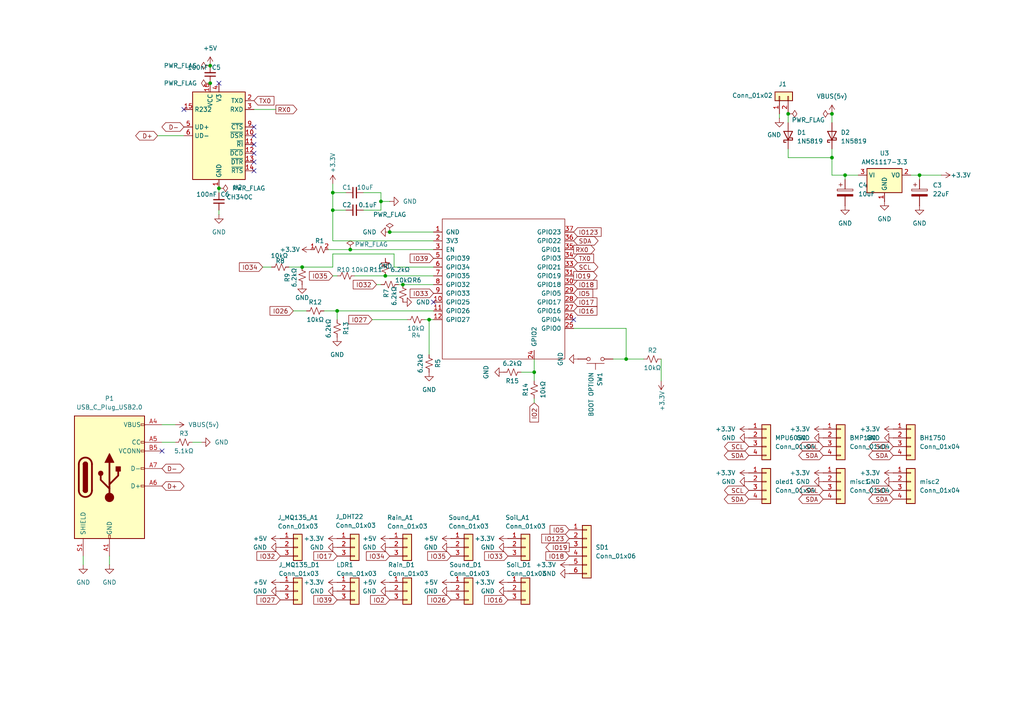
<source format=kicad_sch>
(kicad_sch (version 20250114) (generator "eeschema") (generator_version "9.0")
  (paper "A4")
  (title_block (title "ESP32 Wroom32D Minimal Devboard") (date "14/06/25") (rev "1") (comment 1 "Designed by Varun — Modular embedded baseboard for custom ESP32 project."))
  (lib_symbols
    (symbol "CUSTOM:exp32wroomd" (pin_names (offset 1.016))
      (symbol "exp32wroomd_1_1"
        (pin power_in line (at 13.97 24.13 0) (length 2.54) (name "GND") (number "1"))
        (pin power_in line (at 13.97 21.59 0) (length 2.54) (name "3V3") (number "2"))
        (pin power_in line (at 13.97 19.05 0) (length 2.54) (name "EN") (number "3"))
        (pin input line (at 13.97 16.51 0) (length 2.54) (name "GPIO39") (number "5"))
        (pin input line (at 13.97 13.97 0) (length 2.54) (name "GPIO34") (number "6"))
        (pin input line (at 13.97 11.43 0) (length 2.54) (name "GPIO35") (number "7"))
        (pin bidirectional line (at 13.97 8.89 0) (length 2.54) (name "GPIO32") (number "8"))
        (pin bidirectional line (at 13.97 6.35 0) (length 2.54) (name "GPIO33") (number "9"))
        (pin bidirectional line (at 13.97 3.81 0) (length 2.54) (name "GPIO25") (number "10"))
        (pin bidirectional line (at 13.97 1.27 0) (length 2.54) (name "GPIO26") (number "11"))
        (pin bidirectional line (at 13.97 -1.27 0) (length 2.54) (name "GPIO27") (number "12"))
        (pin bidirectional line (at 43.18 -12.7 90) (length 2.54) (name "GPIO2") (number "24"))
        (pin output line (at 54.61 24.13 180) (length 2.54) (name "GPIO23") (number "37"))
        (pin bidirectional line (at 54.61 21.59 180) (length 2.54) (name "GPIO22") (number "36"))
        (pin output line (at 54.61 19.05 180) (length 2.54) (name "GPIO1") (number "35"))
        (pin input line (at 54.61 16.51 180) (length 2.54) (name "GPIO3") (number "34"))
        (pin bidirectional line (at 54.61 13.97 180) (length 2.54) (name "GPIO21") (number "33"))
        (pin input line (at 54.61 11.43 180) (length 2.54) (name "GPIO19") (number "31"))
        (pin input line (at 54.61 8.89 180) (length 2.54) (name "GPIO18") (number "30"))
        (pin output line (at 54.61 6.35 180) (length 2.54) (name "GPIO5") (number "29"))
        (pin bidirectional line (at 54.61 3.81 180) (length 2.54) (name "GPIO17") (number "28"))
        (pin bidirectional line (at 54.61 1.27 180) (length 2.54) (name "GPIO16") (number "27"))
        (pin bidirectional line (at 54.61 -1.27 180) (length 2.54) (name "GPIO4") (number "26"))
        (pin input line (at 54.61 -3.81 180) (length 2.54) (name "GPIO0") (number "25"))
      )
      (symbol "exp32wroomd_1_2"
        (pin input inverted (at -7.62 2.54 0) (length 3.81) (name "~") (number "1"))
        (pin input inverted (at -7.62 -2.54 0) (length 3.81) (name "~") (number "2"))
        (pin output line (at 7.62 0 180) (length 3.81) (name "~") (number "3"))
      )
      (symbol "exp32wroomd_2_2"
        (pin input inverted (at -7.62 2.54 0) (length 3.81) (name "~") (number "5"))
        (pin input inverted (at -7.62 -2.54 0) (length 3.81) (name "~") (number "6"))
        (pin output line (at 7.62 0 180) (length 3.81) (name "~") (number "4"))
      )
      (symbol "exp32wroomd_3_2"
        (pin input inverted (at -7.62 2.54 0) (length 3.81) (name "~") (number "8"))
        (pin input inverted (at -7.62 -2.54 0) (length 3.81) (name "~") (number "9"))
        (pin output line (at 7.62 0 180) (length 3.81) (name "~") (number "10"))
      )
      (symbol "exp32wroomd_4_2"
        (pin input inverted (at -7.62 2.54 0) (length 3.81) (name "~") (number "12"))
        (pin input inverted (at -7.62 -2.54 0) (length 3.81) (name "~") (number "13"))
        (pin output line (at 7.62 0 180) (length 3.81) (name "~") (number "11"))
      )
    )
    (symbol "Connector:USB_C_Plug_USB2.0" (pin_names (offset 1.016))
      (property "Reference" "P" (at -10.16 19.05 0))
      (property "Value" "USB_C_Plug_USB2.0" (at 12.7 19.05 0))
      (symbol "USB_C_Plug_USB2.0_1_1"
        (pin passive line (at -7.62 -22.86 90) (length 5.08) (name "SHIELD") (number "S1"))
        (pin passive line (at 0 -22.86 90) (length 5.08) (name "GND") (number "A1"))
        (pin passive line (at 0 -22.86 90) (length 5.08) (hide yes) (name "GND") (number "A12"))
        (pin passive line (at 0 -22.86 90) (length 5.08) (hide yes) (name "GND") (number "B1"))
        (pin passive line (at 0 -22.86 90) (length 5.08) (hide yes) (name "GND") (number "B12"))
        (pin passive line (at 15.24 15.24 180) (length 5.08) (name "VBUS") (number "A4"))
        (pin passive line (at 15.24 15.24 180) (length 5.08) (hide yes) (name "VBUS") (number "A9"))
        (pin passive line (at 15.24 15.24 180) (length 5.08) (hide yes) (name "VBUS") (number "B4"))
        (pin passive line (at 15.24 15.24 180) (length 5.08) (hide yes) (name "VBUS") (number "B9"))
        (pin bidirectional line (at 15.24 10.16 180) (length 5.08) (name "CC") (number "A5"))
        (pin bidirectional line (at 15.24 7.62 180) (length 5.08) (name "VCONN") (number "B5"))
        (pin bidirectional line (at 15.24 2.54 180) (length 5.08) (name "D-") (number "A7"))
        (pin bidirectional line (at 15.24 -2.54 180) (length 5.08) (name "D+") (number "A6"))
      )
    )
    (symbol "Connector_Generic:Conn_01x02" (pin_names (offset 1.016) (hide yes))
      (property "Reference" "J" (at 0 2.54 0))
      (property "Value" "Conn_01x02" (at 0 -5.08 0))
      (symbol "Conn_01x02_1_1"
        (pin passive line (at -5.08 0 0) (length 3.81) (name "Pin_1") (number "1"))
        (pin passive line (at -5.08 -2.54 0) (length 3.81) (name "Pin_2") (number "2"))
      )
    )
    (symbol "Connector_Generic:Conn_01x03" (pin_names (offset 1.016) (hide yes))
      (property "Reference" "J" (at 0 5.08 0))
      (property "Value" "Conn_01x03" (at 0 -5.08 0))
      (symbol "Conn_01x03_1_1"
        (pin passive line (at -5.08 2.54 0) (length 3.81) (name "Pin_1") (number "1"))
        (pin passive line (at -5.08 0 0) (length 3.81) (name "Pin_2") (number "2"))
        (pin passive line (at -5.08 -2.54 0) (length 3.81) (name "Pin_3") (number "3"))
      )
    )
    (symbol "Connector_Generic:Conn_01x04" (pin_names (offset 1.016) (hide yes))
      (property "Reference" "J" (at 0 5.08 0))
      (property "Value" "Conn_01x04" (at 0 -7.62 0))
      (symbol "Conn_01x04_1_1"
        (pin passive line (at -5.08 2.54 0) (length 3.81) (name "Pin_1") (number "1"))
        (pin passive line (at -5.08 0 0) (length 3.81) (name "Pin_2") (number "2"))
        (pin passive line (at -5.08 -2.54 0) (length 3.81) (name "Pin_3") (number "3"))
        (pin passive line (at -5.08 -5.08 0) (length 3.81) (name "Pin_4") (number "4"))
      )
    )
    (symbol "Connector_Generic:Conn_01x06" (pin_names (offset 1.016) (hide yes))
      (property "Reference" "J" (at 0 7.62 0))
      (property "Value" "Conn_01x06" (at 0 -10.16 0))
      (symbol "Conn_01x06_1_1"
        (pin passive line (at -5.08 5.08 0) (length 3.81) (name "Pin_1") (number "1"))
        (pin passive line (at -5.08 2.54 0) (length 3.81) (name "Pin_2") (number "2"))
        (pin passive line (at -5.08 0 0) (length 3.81) (name "Pin_3") (number "3"))
        (pin passive line (at -5.08 -2.54 0) (length 3.81) (name "Pin_4") (number "4"))
        (pin passive line (at -5.08 -5.08 0) (length 3.81) (name "Pin_5") (number "5"))
        (pin passive line (at -5.08 -7.62 0) (length 3.81) (name "Pin_6") (number "6"))
      )
    )
    (symbol "Device:C_Polarized" (pin_numbers (hide yes)) (pin_names (offset 0.254))
      (property "Reference" "C" (at 0.635 2.54 0))
      (property "Value" "C_Polarized" (at 0.635 -2.54 0))
      (symbol "C_Polarized_1_1"
        (pin passive line (at 0 3.81 270) (length 2.794) (name "~") (number "1"))
        (pin passive line (at 0 -3.81 90) (length 2.794) (name "~") (number "2"))
      )
    )
    (symbol "Device:C_Small" (pin_numbers (hide yes)) (pin_names (offset 0.254) (hide yes))
      (property "Reference" "C" (at 0.254 1.778 0))
      (property "Value" "C_Small" (at 0.254 -2.032 0))
      (symbol "C_Small_1_1"
        (pin passive line (at 0 2.54 270) (length 2.032) (name "~") (number "1"))
        (pin passive line (at 0 -2.54 90) (length 2.032) (name "~") (number "2"))
      )
    )
    (symbol "Device:R_Small_US" (pin_numbers (hide yes)) (pin_names (offset 0.254) (hide yes))
      (property "Reference" "R" (at 0.762 0.508 0))
      (property "Value" "R_Small_US" (at 0.762 -1.016 0))
      (symbol "R_Small_US_1_1"
        (pin passive line (at 0 2.54 270) (length 1.016) (name "~") (number "1"))
        (pin passive line (at 0 -2.54 90) (length 1.016) (name "~") (number "2"))
      )
    )
    (symbol "Diode:1N5819" (pin_numbers (hide yes)) (pin_names (offset 1.016) (hide yes))
      (property "Reference" "D" (at 0 2.54 0))
      (property "Value" "1N5819" (at 0 -2.54 0))
      (symbol "1N5819_1_1"
        (pin passive line (at -3.81 0 0) (length 2.54) (name "K") (number "1"))
        (pin passive line (at 3.81 0 180) (length 2.54) (name "A") (number "2"))
      )
    )
    (symbol "Interface_USB:CH340C"
      (property "Reference" "U" (at -5.08 13.97 0))
      (property "Value" "CH340C" (at 1.27 13.97 0))
      (symbol "CH340C_1_1"
        (pin input line (at -10.16 7.62 0) (length 2.54) (name "R232") (number "15"))
        (pin bidirectional line (at -10.16 2.54 0) (length 2.54) (name "UD+") (number "5"))
        (pin bidirectional line (at -10.16 0 0) (length 2.54) (name "UD-") (number "6"))
        (pin no_connect line (at -7.62 -5.08 0) (length 2.54) (hide yes) (name "NC") (number "7"))
        (pin no_connect line (at -7.62 -7.62 0) (length 2.54) (hide yes) (name "NC") (number "8"))
        (pin power_in line (at -2.54 15.24 270) (length 2.54) (name "VCC") (number "16"))
        (pin power_out line (at 0 15.24 270) (length 2.54) (name "V3") (number "4"))
        (pin power_in line (at 0 -15.24 90) (length 2.54) (name "GND") (number "1"))
        (pin output line (at 10.16 10.16 180) (length 2.54) (name "TXD") (number "2"))
        (pin input line (at 10.16 7.62 180) (length 2.54) (name "RXD") (number "3"))
        (pin input line (at 10.16 2.54 180) (length 2.54) (name "~{CTS}") (number "9"))
        (pin input line (at 10.16 0 180) (length 2.54) (name "~{DSR}") (number "10"))
        (pin input line (at 10.16 -2.54 180) (length 2.54) (name "~{RI}") (number "11"))
        (pin input line (at 10.16 -5.08 180) (length 2.54) (name "~{DCD}") (number "12"))
        (pin output line (at 10.16 -7.62 180) (length 2.54) (name "~{DTR}") (number "13"))
        (pin output line (at 10.16 -10.16 180) (length 2.54) (name "~{RTS}") (number "14"))
      )
    )
    (symbol "R_Small_US_1" (pin_names (offset 0.254) (hide yes))
      (property "Reference" "R" (at 0.762 0.508 0))
      (property "Value" "R_Small_US" (at 0.762 -1.016 0))
      (symbol "R_Small_US_1_1_1"
        (pin passive line (at 0 2.54 270) (length 1.016) (name "~") (number "1"))
        (pin passive line (at 0 -2.54 90) (length 1.016) (name "~") (number "2"))
      )
    )
    (symbol "Regulator_Linear:AMS1117-3.3"
      (property "Reference" "U" (at -3.81 3.175 0))
      (property "Value" "AMS1117-3.3" (at 0 3.175 0))
      (symbol "AMS1117-3.3_1_1"
        (pin power_in line (at -7.62 0 0) (length 2.54) (name "VI") (number "3"))
        (pin power_in line (at 0 -7.62 90) (length 2.54) (name "GND") (number "1"))
        (pin power_out line (at 7.62 0 180) (length 2.54) (name "VO") (number "2"))
      )
    )
    (symbol "Switch:SW_Push" (pin_numbers (hide yes)) (pin_names (offset 1.016) (hide yes))
      (property "Reference" "SW" (at 1.27 2.54 0))
      (property "Value" "SW_Push" (at 0 -1.524 0))
      (symbol "SW_Push_0_1"
        (pin passive line (at -5.08 0 0) (length 2.54) (name "1") (number "1"))
        (pin passive line (at 5.08 0 180) (length 2.54) (name "2") (number "2"))
      )
    )
    (symbol "power:+3.3V" (power) (pin_numbers (hide yes)) (pin_names (offset 0) (hide yes))
      (property "Value" "+3.3V" (at 0 3.556 0))
      (symbol "+3.3V_1_1"
        (pin power_in line (at 0 0 90) (length 0) (name "~") (number "1"))
      )
    )
    (symbol "power:+5V" (power) (pin_numbers (hide yes)) (pin_names (offset 0) (hide yes))
      (property "Value" "+5V" (at 0 3.556 0))
      (symbol "+5V_1_1"
        (pin power_in line (at 0 0 90) (length 0) (name "~") (number "1"))
      )
    )
    (symbol "power:GND" (power) (pin_numbers (hide yes)) (pin_names (offset 0) (hide yes))
      (property "Value" "GND" (at 0 -3.81 0))
      (symbol "GND_1_1"
        (pin power_in line (at 0 0 270) (length 0) (name "~") (number "1"))
      )
    )
    (symbol "power:PWR_FLAG" (power) (pin_numbers (hide yes)) (pin_names (offset 0) (hide yes))
      (property "Value" "PWR_FLAG" (at 0 3.81 0))
      (symbol "PWR_FLAG_0_0"
        (pin power_out line (at 0 0 90) (length 0) (name "~") (number "1"))
      )
    )
    (symbol "power:VBUS" (power) (pin_numbers (hide yes)) (pin_names (offset 0) (hide yes))
      (property "Value" "VBUS" (at 0 3.556 0))
      (symbol "VBUS_1_1"
        (pin power_in line (at 0 0 90) (length 0) (name "~") (number "1"))
      )
    )
  )
  (junction (at 245.11 50.8))
  (junction (at 96.52 55.88))
  (junction (at 124.46 92.71))
  (junction (at 97.79 90.17))
  (junction (at 63.5 54.61))
  (junction (at 60.96 19.05))
  (junction (at 116.84 82.55))
  (junction (at 241.3 33.02))
  (junction (at 154.94 107.95))
  (junction (at 266.7 50.8))
  (junction (at 181.61 104.14))
  (junction (at 87.63 77.47))
  (junction (at 111.76 80.01))
  (junction (at 113.03 67.31))
  (junction (at 241.3 45.72))
  (junction (at 228.6 33.02))
  (junction (at 60.96 24.13))
  (junction (at 101.6 72.39))
  (junction (at 96.52 60.96))
  (junction (at 110.49 58.42))
  (no_connect (at 73.66 46.99))
  (no_connect (at 73.66 41.91))
  (no_connect (at 166.37 92.71))
  (no_connect (at 73.66 39.37))
  (no_connect (at 125.73 87.63))
  (no_connect (at 46.99 130.81))
  (no_connect (at 73.66 44.45))
  (no_connect (at 73.66 36.83))
  (no_connect (at 63.5 24.13))
  (no_connect (at 53.34 31.75))
  (no_connect (at 73.66 49.53))
  (wire (pts (xy 63.5 62.23) (xy 63.5 60.96)))
  (wire (pts (xy 125.73 77.47) (xy 114.3 77.47)))
  (wire (pts (xy 102.87 80.01) (xy 111.76 80.01)))
  (wire (pts (xy 96.52 80.01) (xy 97.79 80.01)))
  (wire (pts (xy 93.98 90.17) (xy 97.79 90.17)))
  (wire (pts (xy 115.57 82.55) (xy 116.84 82.55)))
  (wire (pts (xy 266.7 50.8) (xy 273.05 50.8)))
  (wire (pts (xy 241.3 50.8) (xy 245.11 50.8)))
  (wire (pts (xy 97.79 90.17) (xy 97.79 92.71)))
  (wire (pts (xy 264.16 50.8) (xy 266.7 50.8)))
  (wire (pts (xy 124.46 92.71) (xy 125.73 92.71)))
  (wire (pts (xy 96.52 60.96) (xy 96.52 69.85)))
  (wire (pts (xy 266.7 52.07) (xy 266.7 50.8)))
  (wire (pts (xy 76.2 77.47) (xy 78.74 77.47)))
  (wire (pts (xy 181.61 104.14) (xy 186.69 104.14)))
  (wire (pts (xy 107.95 92.71) (xy 118.11 92.71)))
  (wire (pts (xy 46.99 128.27) (xy 50.8 128.27)))
  (wire (pts (xy 110.49 58.42) (xy 113.03 58.42)))
  (wire (pts (xy 58.42 128.27) (xy 55.88 128.27)))
  (wire (pts (xy 228.6 33.02) (xy 228.6 35.56)))
  (wire (pts (xy 116.84 82.55) (xy 125.73 82.55)))
  (wire (pts (xy 96.52 53.34) (xy 96.52 55.88)))
  (wire (pts (xy 245.11 52.07) (xy 245.11 50.8)))
  (wire (pts (xy 191.77 104.14) (xy 191.77 110.49)))
  (wire (pts (xy 125.73 69.85) (xy 96.52 69.85)))
  (wire (pts (xy 109.22 82.55) (xy 110.49 82.55)))
  (wire (pts (xy 96.52 73.66) (xy 96.52 77.47)))
  (wire (pts (xy 154.94 107.95) (xy 154.94 110.49)))
  (wire (pts (xy 97.79 90.17) (xy 125.73 90.17)))
  (wire (pts (xy 177.8 104.14) (xy 181.61 104.14)))
  (wire (pts (xy 228.6 43.18) (xy 228.6 45.72)))
  (wire (pts (xy 110.49 55.88) (xy 110.49 58.42)))
  (wire (pts (xy 228.6 45.72) (xy 241.3 45.72)))
  (wire (pts (xy 241.3 33.02) (xy 241.3 35.56)))
  (wire (pts (xy 113.03 67.31) (xy 125.73 67.31)))
  (wire (pts (xy 166.37 95.25) (xy 181.61 95.25)))
  (wire (pts (xy 114.3 73.66) (xy 96.52 73.66)))
  (wire (pts (xy 241.3 43.18) (xy 241.3 45.72)))
  (wire (pts (xy 123.19 92.71) (xy 124.46 92.71)))
  (wire (pts (xy 96.52 55.88) (xy 100.33 55.88)))
  (wire (pts (xy 124.46 92.71) (xy 124.46 102.87)))
  (wire (pts (xy 105.41 60.96) (xy 110.49 60.96)))
  (wire (pts (xy 96.52 55.88) (xy 96.52 60.96)))
  (wire (pts (xy 31.75 163.83) (xy 31.75 161.29)))
  (wire (pts (xy 241.3 45.72) (xy 241.3 50.8)))
  (wire (pts (xy 46.99 123.19) (xy 50.8 123.19)))
  (wire (pts (xy 245.11 50.8) (xy 248.92 50.8)))
  (wire (pts (xy 105.41 55.88) (xy 110.49 55.88)))
  (wire (pts (xy 73.66 31.75) (xy 80.01 31.75)))
  (wire (pts (xy 45.72 39.37) (xy 53.34 39.37)))
  (wire (pts (xy 111.76 80.01) (xy 125.73 80.01)))
  (wire (pts (xy 114.3 77.47) (xy 114.3 73.66)))
  (wire (pts (xy 83.82 77.47) (xy 87.63 77.47)))
  (wire (pts (xy 96.52 60.96) (xy 100.33 60.96)))
  (wire (pts (xy 24.13 163.83) (xy 24.13 161.29)))
  (wire (pts (xy 154.94 104.14) (xy 154.94 107.95)))
  (wire (pts (xy 85.09 90.17) (xy 88.9 90.17)))
  (wire (pts (xy 101.6 72.39) (xy 125.73 72.39)))
  (wire (pts (xy 154.94 115.57) (xy 154.94 116.84)))
  (wire (pts (xy 181.61 95.25) (xy 181.61 104.14)))
  (wire (pts (xy 226.06 33.02) (xy 226.06 34.29)))
  (wire (pts (xy 87.63 77.47) (xy 96.52 77.47)))
  (wire (pts (xy 151.13 107.95) (xy 154.94 107.95)))
  (wire (pts (xy 110.49 58.42) (xy 110.49 60.96)))
  (wire (pts (xy 95.25 72.39) (xy 101.6 72.39)))
  (wire (pts (xy 63.5 55.88) (xy 63.5 54.61)))
  (global_label "SDA" (shape bidirectional) (at 238.76 132.08 180) (property "Intersheetrefs" "${INTERSHEET_REFS}" (effects (hide yes))))
  (global_label "RX0" (shape output) (at 166.37 72.39 0) (property "Intersheetrefs" "${INTERSHEET_REFS}" (effects (hide yes))))
  (global_label "IO123" (shape input) (at 165.1 156.21 180) (property "Intersheetrefs" "${INTERSHEET_REFS}" (effects (hide yes))))
  (global_label "IO39" (shape input) (at 125.73 74.93 180) (property "Intersheetrefs" "${INTERSHEET_REFS}" (effects (hide yes))))
  (global_label "D-" (shape bidirectional) (at 46.99 135.89 0) (property "Intersheetrefs" "${INTERSHEET_REFS}" (effects (hide yes))))
  (global_label "IO2" (shape input) (at 113.03 173.99 180) (property "Intersheetrefs" "${INTERSHEET_REFS}" (effects (hide yes))))
  (global_label "SCL" (shape bidirectional) (at 259.08 129.54 180) (property "Intersheetrefs" "${INTERSHEET_REFS}" (effects (hide yes))))
  (global_label "IO18" (shape input) (at 166.37 82.55 0) (property "Intersheetrefs" "${INTERSHEET_REFS}" (effects (hide yes))))
  (global_label "IO19" (shape output) (at 165.1 158.75 180) (property "Intersheetrefs" "${INTERSHEET_REFS}" (effects (hide yes))))
  (global_label "IO34" (shape input) (at 113.03 161.29 180) (property "Intersheetrefs" "${INTERSHEET_REFS}" (effects (hide yes))))
  (global_label "SCL" (shape bidirectional) (at 259.08 142.24 180) (property "Intersheetrefs" "${INTERSHEET_REFS}" (effects (hide yes))))
  (global_label "IO17" (shape input) (at 166.37 87.63 0) (property "Intersheetrefs" "${INTERSHEET_REFS}" (effects (hide yes))))
  (global_label "IO5" (shape input) (at 166.37 85.09 0) (property "Intersheetrefs" "${INTERSHEET_REFS}" (effects (hide yes))))
  (global_label "IO2" (shape input) (at 154.94 116.84 270) (property "Intersheetrefs" "${INTERSHEET_REFS}" (effects (hide yes))))
  (global_label "TX0" (shape input) (at 73.66 29.21 0) (property "Intersheetrefs" "${INTERSHEET_REFS}" (effects (hide yes))))
  (global_label "TX0" (shape input) (at 166.37 74.93 0) (property "Intersheetrefs" "${INTERSHEET_REFS}" (effects (hide yes))))
  (global_label "SCL" (shape bidirectional) (at 166.37 77.47 0) (property "Intersheetrefs" "${INTERSHEET_REFS}" (effects (hide yes))))
  (global_label "IO34" (shape input) (at 76.2 77.47 180) (property "Intersheetrefs" "${INTERSHEET_REFS}" (effects (hide yes))))
  (global_label "IO17" (shape input) (at 97.79 161.29 180) (property "Intersheetrefs" "${INTERSHEET_REFS}" (effects (hide yes))))
  (global_label "IO32" (shape input) (at 81.28 161.29 180) (property "Intersheetrefs" "${INTERSHEET_REFS}" (effects (hide yes))))
  (global_label "D+" (shape bidirectional) (at 45.72 39.37 180) (property "Intersheetrefs" "${INTERSHEET_REFS}" (effects (hide yes))))
  (global_label "SDA" (shape bidirectional) (at 217.17 144.78 180) (property "Intersheetrefs" "${INTERSHEET_REFS}" (effects (hide yes))))
  (global_label "IO32" (shape input) (at 109.22 82.55 180) (property "Intersheetrefs" "${INTERSHEET_REFS}" (effects (hide yes))))
  (global_label "IO123" (shape input) (at 166.37 67.31 0) (property "Intersheetrefs" "${INTERSHEET_REFS}" (effects (hide yes))))
  (global_label "IO18" (shape input) (at 165.1 161.29 180) (property "Intersheetrefs" "${INTERSHEET_REFS}" (effects (hide yes))))
  (global_label "SDA" (shape bidirectional) (at 259.08 132.08 180) (property "Intersheetrefs" "${INTERSHEET_REFS}" (effects (hide yes))))
  (global_label "RX0" (shape output) (at 80.01 31.75 0) (property "Intersheetrefs" "${INTERSHEET_REFS}" (effects (hide yes))))
  (global_label "IO26" (shape input) (at 85.09 90.17 180) (property "Intersheetrefs" "${INTERSHEET_REFS}" (effects (hide yes))))
  (global_label "IO39" (shape input) (at 97.79 173.99 180) (property "Intersheetrefs" "${INTERSHEET_REFS}" (effects (hide yes))))
  (global_label "SCL" (shape bidirectional) (at 217.17 142.24 180) (property "Intersheetrefs" "${INTERSHEET_REFS}" (effects (hide yes))))
  (global_label "IO35" (shape input) (at 130.81 161.29 180) (property "Intersheetrefs" "${INTERSHEET_REFS}" (effects (hide yes))))
  (global_label "IO16" (shape input) (at 147.32 173.99 180) (property "Intersheetrefs" "${INTERSHEET_REFS}" (effects (hide yes))))
  (global_label "SDA" (shape bidirectional) (at 259.08 144.78 180) (property "Intersheetrefs" "${INTERSHEET_REFS}" (effects (hide yes))))
  (global_label "SDA" (shape bidirectional) (at 166.37 69.85 0) (property "Intersheetrefs" "${INTERSHEET_REFS}" (effects (hide yes))))
  (global_label "SCL" (shape bidirectional) (at 238.76 129.54 180) (property "Intersheetrefs" "${INTERSHEET_REFS}" (effects (hide yes))))
  (global_label "SCL" (shape bidirectional) (at 238.76 142.24 180) (property "Intersheetrefs" "${INTERSHEET_REFS}" (effects (hide yes))))
  (global_label "SCL" (shape bidirectional) (at 217.17 129.54 180) (property "Intersheetrefs" "${INTERSHEET_REFS}" (effects (hide yes))))
  (global_label "SDA" (shape bidirectional) (at 238.76 144.78 180) (property "Intersheetrefs" "${INTERSHEET_REFS}" (effects (hide yes))))
  (global_label "IO19" (shape output) (at 166.37 80.01 0) (property "Intersheetrefs" "${INTERSHEET_REFS}" (effects (hide yes))))
  (global_label "IO27" (shape input) (at 107.95 92.71 180) (property "Intersheetrefs" "${INTERSHEET_REFS}" (effects (hide yes))))
  (global_label "IO26" (shape input) (at 130.81 173.99 180) (property "Intersheetrefs" "${INTERSHEET_REFS}" (effects (hide yes))))
  (global_label "IO33" (shape input) (at 125.73 85.09 180) (property "Intersheetrefs" "${INTERSHEET_REFS}" (effects (hide yes))))
  (global_label "IO16" (shape input) (at 166.37 90.17 0) (property "Intersheetrefs" "${INTERSHEET_REFS}" (effects (hide yes))))
  (global_label "IO35" (shape input) (at 96.52 80.01 180) (property "Intersheetrefs" "${INTERSHEET_REFS}" (effects (hide yes))))
  (global_label "IO27" (shape input) (at 81.28 173.99 180) (property "Intersheetrefs" "${INTERSHEET_REFS}" (effects (hide yes))))
  (global_label "SDA" (shape bidirectional) (at 217.17 132.08 180) (property "Intersheetrefs" "${INTERSHEET_REFS}" (effects (hide yes))))
  (global_label "D-" (shape bidirectional) (at 53.34 36.83 180) (property "Intersheetrefs" "${INTERSHEET_REFS}" (effects (hide yes))))
  (global_label "IO5" (shape input) (at 165.1 153.67 180) (property "Intersheetrefs" "${INTERSHEET_REFS}" (effects (hide yes))))
  (global_label "D+" (shape bidirectional) (at 46.99 140.97 0) (property "Intersheetrefs" "${INTERSHEET_REFS}" (effects (hide yes))))
  (global_label "IO33" (shape input) (at 147.32 161.29 180) (property "Intersheetrefs" "${INTERSHEET_REFS}" (effects (hide yes))))
  (symbol (lib_id "power:PWR_FLAG") (at 228.6 33.02 270) (unit 1)
    (property "Reference" "#FLG09" (effects (hide yes)))
    (property "Value" "PWR_FLAG" (at 229.616 34.798 90) (effects (justify left)))
    (property "Description" "Special symbol for telling ERC where power comes from" (effects (hide yes)))
  )
  (symbol (lib_id "power:PWR_FLAG") (at 60.96 24.13 90) (unit 1)
    (property "Reference" "#FLG03" (effects (hide yes)))
    (property "Value" "PWR_FLAG" (at 57.15 24.1299 90) (effects (justify left)))
    (property "Description" "Special symbol for telling ERC where power comes from" (effects (hide yes)))
  )
  (symbol (lib_id "Diode:1N5819") (at 241.3 39.37 90) (unit 1)
    (property "Reference" "D2" (at 243.84 38.4174 90) (effects (justify right)))
    (property "Value" "1N5819" (at 243.84 40.9574 90) (effects (justify right)))
    (property "Footprint" "Diode_THT:D_DO-41_SOD81_P10.16mm_Horizontal" (effects (hide yes)))
    (property "Datasheet" "http://www.vishay.com/docs/88525/1n5817.pdf" (effects (hide yes)))
    (property "Description" "40V 1A Schottky Barrier Rectifier Diode, DO-41" (effects (hide yes)))
  )
  (symbol (lib_id "power:GND") (at 217.17 139.7 270) (unit 1)
    (property "Reference" "#PWR022" (effects (hide yes)))
    (property "Value" "GND" (at 213.36 139.6999 90) (effects (justify right)))
    (property "Description" "Power symbol creates a global label with name \"GND\" , ground" (effects (hide yes)))
  )
  (symbol (lib_id "Connector_Generic:Conn_01x04") (at 243.84 139.7 0) (unit 1)
    (property "Reference" "misc1" (at 246.38 139.6999 0) (effects (justify left)))
    (property "Value" "Conn_01x04" (at 246.38 142.2399 0) (effects (justify left)))
    (property "Footprint" "Connector_PinHeader_2.54mm:PinHeader_1x04_P2.54mm_Vertical" (effects (hide yes)))
    (property "Description" "Generic connector, single row, 01x04, script generated (kicad-library-utils/schlib/autogen/connector/)" (effects (hide yes)))
  )
  (symbol (lib_id "Device:R_Small_US") (at 120.65 92.71 90) (unit 1)
    (property "Reference" "R4" (at 120.65 97.282 90))
    (property "Value" "10kΩ" (at 120.65 95.25 90))
    (property "Footprint" "Resistor_SMD:R_0603_1608Metric" (effects (hide yes)))
    (property "Description" "Resistor, small US symbol" (effects (hide yes)))
  )
  (symbol (lib_id "power:+5V") (at 130.81 156.21 90) (unit 1)
    (property "Reference" "#PWR047" (effects (hide yes)))
    (property "Value" "+5V" (at 127 156.2099 90) (effects (justify left)))
    (property "Description" "Power symbol creates a global label with name \"+5V\"" (effects (hide yes)))
  )
  (symbol (lib_id "power:+3.3V") (at 191.77 110.49 180) (unit 1)
    (property "Reference" "#PWR05" (effects (hide yes)))
    (property "Value" "+3.3V" (at 192.024 116.332 90))
    (property "Description" "Power symbol creates a global label with name \"+3.3V\"" (effects (hide yes)))
  )
  (symbol (lib_id "power:GND") (at 147.32 158.75 270) (unit 1)
    (property "Reference" "#PWR052" (effects (hide yes)))
    (property "Value" "GND" (at 143.51 158.7499 90) (effects (justify right)))
    (property "Description" "Power symbol creates a global label with name \"GND\" , ground" (effects (hide yes)))
  )
  (symbol (lib_id "power:GND") (at 97.79 97.79 0) (unit 1)
    (property "Reference" "#PWR057" (effects (hide yes)))
    (property "Value" "GND" (at 97.79 102.87 0))
    (property "Description" "Power symbol creates a global label with name \"GND\" , ground" (effects (hide yes)))
  )
  (symbol (lib_id "Device:R_Small_US") (at 111.76 77.47 180) (unit 1)
    (property "Reference" "R11" (at 108.966 78.232 0))
    (property "Value" "6.2kΩ" (at 116.078 78.232 0))
    (property "Footprint" "Resistor_SMD:R_0603_1608Metric" (effects (hide yes)))
    (property "Description" "Resistor, small US symbol" (effects (hide yes)))
  )
  (symbol (lib_id "power:GND") (at 58.42 128.27 90) (unit 1)
    (property "Reference" "#PWR014" (effects (hide yes)))
    (property "Value" "GND" (at 62.23 128.2699 90) (effects (justify right)))
    (property "Description" "Power symbol creates a global label with name \"GND\" , ground" (effects (hide yes)))
  )
  (symbol (lib_id "power:+3.3V") (at 90.17 72.39 90) (unit 1)
    (property "Reference" "#PWR04" (effects (hide yes)))
    (property "Value" "+3.3V" (at 84.074 72.39 90))
    (property "Description" "Power symbol creates a global label with name \"+3.3V\"" (effects (hide yes)))
  )
  (symbol (lib_id "power:GND") (at 130.81 158.75 270) (unit 1)
    (property "Reference" "#PWR048" (effects (hide yes)))
    (property "Value" "GND" (at 127 158.7499 90) (effects (justify right)))
    (property "Description" "Power symbol creates a global label with name \"GND\" , ground" (effects (hide yes)))
  )
  (symbol (lib_id "power:GND") (at 124.46 107.95 0) (unit 1)
    (property "Reference" "#PWR033" (effects (hide yes)))
    (property "Value" "GND" (at 124.46 113.03 0))
    (property "Description" "Power symbol creates a global label with name \"GND\" , ground" (effects (hide yes)))
  )
  (symbol (lib_id "Regulator_Linear:AMS1117-3.3") (at 256.54 50.8 0) (unit 1)
    (property "Reference" "U3" (at 256.54 44.45 0))
    (property "Value" "AMS1117-3.3" (at 256.54 46.99 0))
    (property "Footprint" "Package_TO_SOT_SMD:SOT-223-3_TabPin2" (effects (hide yes)))
    (property "Datasheet" "http://www.advanced-monolithic.com/pdf/ds1117.pdf" (effects (hide yes)))
    (property "Description" "1A Low Dropout regulator, positive, 3.3V fixed output, SOT-223" (effects (hide yes)))
  )
  (symbol (lib_id "power:GND") (at 165.1 166.37 270) (unit 1)
    (property "Reference" "#PWR060" (effects (hide yes)))
    (property "Value" "GND" (at 161.29 166.3699 90) (effects (justify right)))
    (property "Description" "Power symbol creates a global label with name \"GND\" , ground" (effects (hide yes)))
  )
  (symbol (lib_id "Connector_Generic:Conn_01x06") (at 170.18 158.75 0) (unit 1)
    (property "Reference" "SD1" (at 172.72 158.7499 0) (effects (justify left)))
    (property "Value" "Conn_01x06" (at 172.72 161.2899 0) (effects (justify left)))
    (property "Footprint" "Connector_PinHeader_1.27mm:PinHeader_1x06_P1.27mm_Vertical" (effects (hide yes)))
    (property "Description" "Generic connector, single row, 01x06, script generated (kicad-library-utils/schlib/autogen/connector/)" (effects (hide yes)))
  )
  (symbol (lib_id "Diode:1N5819") (at 228.6 39.37 90) (unit 1)
    (property "Reference" "D1" (at 231.14 38.4174 90) (effects (justify right)))
    (property "Value" "1N5819" (at 231.14 40.9574 90) (effects (justify right)))
    (property "Footprint" "Diode_THT:D_DO-41_SOD81_P10.16mm_Horizontal" (effects (hide yes)))
    (property "Datasheet" "http://www.vishay.com/docs/88525/1n5817.pdf" (effects (hide yes)))
    (property "Description" "40V 1A Schottky Barrier Rectifier Diode, DO-41" (effects (hide yes)))
  )
  (symbol (lib_id "power:PWR_FLAG") (at 60.96 19.05 90) (unit 1)
    (property "Reference" "#FLG07" (effects (hide yes)))
    (property "Value" "PWR_FLAG" (at 57.15 19.0499 90) (effects (justify left)))
    (property "Description" "Special symbol for telling ERC where power comes from" (effects (hide yes)))
  )
  (symbol (lib_id "power:+5V") (at 60.96 19.05 0) (unit 1)
    (property "Reference" "#PWR018" (effects (hide yes)))
    (property "Value" "+5V" (at 60.96 13.97 0))
    (property "Description" "Power symbol creates a global label with name \"+5V\"" (effects (hide yes)))
  )
  (symbol (lib_id "Connector_Generic:Conn_01x03") (at 152.4 171.45 0) (unit 1)
    (property "Reference" "Soil_D1" (at 146.812 163.83 0) (effects (justify left)))
    (property "Value" "Conn_01x03" (at 146.812 166.37 0) (effects (justify left)))
    (property "Footprint" "Connector_PinHeader_2.54mm:PinHeader_1x03_P2.54mm_Vertical" (effects (hide yes)))
    (property "Description" "Generic connector, single row, 01x03, script generated (kicad-library-utils/schlib/autogen/connector/)" (effects (hide yes)))
  )
  (symbol (lib_id "power:GND") (at 256.54 58.42 0) (unit 1)
    (property "Reference" "#PWR09" (effects (hide yes)))
    (property "Value" "GND" (at 256.54 63.5 0))
    (property "Description" "Power symbol creates a global label with name \"GND\" , ground" (effects (hide yes)))
  )
  (symbol (lib_id "Connector_Generic:Conn_01x04") (at 264.16 139.7 0) (unit 1)
    (property "Reference" "misc2" (at 266.7 139.6999 0) (effects (justify left)))
    (property "Value" "Conn_01x04" (at 266.7 142.2399 0) (effects (justify left)))
    (property "Footprint" "Connector_PinHeader_2.54mm:PinHeader_1x04_P2.54mm_Vertical" (effects (hide yes)))
    (property "Description" "Generic connector, single row, 01x04, script generated (kicad-library-utils/schlib/autogen/connector/)" (effects (hide yes)))
  )
  (symbol (lib_id "Connector_Generic:Conn_01x03") (at 135.89 171.45 0) (unit 1)
    (property "Reference" "Sound_D1" (at 130.302 163.83 0) (effects (justify left)))
    (property "Value" "Conn_01x03" (at 130.302 166.37 0) (effects (justify left)))
    (property "Footprint" "Connector_PinHeader_2.54mm:PinHeader_1x03_P2.54mm_Vertical" (effects (hide yes)))
    (property "Description" "Generic connector, single row, 01x03, script generated (kicad-library-utils/schlib/autogen/connector/)" (effects (hide yes)))
  )
  (symbol (lib_id "Connector_Generic:Conn_01x03") (at 118.11 171.45 0) (unit 1)
    (property "Reference" "Rain_D1" (at 112.522 163.83 0) (effects (justify left)))
    (property "Value" "Conn_01x03" (at 112.522 166.37 0) (effects (justify left)))
    (property "Footprint" "Connector_PinHeader_2.54mm:PinHeader_1x03_P2.54mm_Vertical" (effects (hide yes)))
    (property "Description" "Generic connector, single row, 01x03, script generated (kicad-library-utils/schlib/autogen/connector/)" (effects (hide yes)))
  )
  (symbol (lib_id "power:PWR_FLAG") (at 113.03 67.31 0) (unit 1)
    (property "Reference" "#FLG05" (effects (hide yes)))
    (property "Value" "PWR_FLAG" (at 113.03 62.23 0))
    (property "Description" "Special symbol for telling ERC where power comes from" (effects (hide yes)))
  )
  (symbol (lib_id "Connector_Generic:Conn_01x03") (at 152.4 158.75 0) (unit 1)
    (property "Reference" "Soil_A1" (at 146.558 150.114 0) (effects (justify left)))
    (property "Value" "Conn_01x03" (at 146.558 152.654 0) (effects (justify left)))
    (property "Footprint" "Connector_PinHeader_2.54mm:PinHeader_1x03_P2.54mm_Vertical" (effects (hide yes)))
    (property "Description" "Generic connector, single row, 01x03, script generated (kicad-library-utils/schlib/autogen/connector/)" (effects (hide yes)))
  )
  (symbol (lib_id "power:GND") (at 87.63 82.55 0) (unit 1)
    (property "Reference" "#PWR035" (effects (hide yes)))
    (property "Value" "GND" (at 87.63 86.36 0))
    (property "Description" "Power symbol creates a global label with name \"GND\" , ground" (effects (hide yes)))
  )
  (symbol (lib_id "power:GND") (at 31.75 163.83 0) (unit 1)
    (property "Reference" "#PWR012" (effects (hide yes)))
    (property "Value" "GND" (at 31.75 168.91 0))
    (property "Description" "Power symbol creates a global label with name \"GND\" , ground" (effects (hide yes)))
  )
  (symbol (lib_id "power:+3.3V") (at 97.79 168.91 90) (unit 1)
    (property "Reference" "#PWR055" (effects (hide yes)))
    (property "Value" "+3.3V" (at 93.98 168.9099 90) (effects (justify left)))
    (property "Description" "Power symbol creates a global label with name \"+3.3V\"" (effects (hide yes)))
  )
  (symbol (lib_id "power:+5V") (at 113.03 168.91 90) (unit 1)
    (property "Reference" "#PWR045" (effects (hide yes)))
    (property "Value" "+5V" (at 109.22 168.9099 90) (effects (justify left)))
    (property "Description" "Power symbol creates a global label with name \"+5V\"" (effects (hide yes)))
  )
  (symbol (lib_id "Connector_Generic:Conn_01x04") (at 264.16 127 0) (unit 1)
    (property "Reference" "BH1750" (at 266.7 126.9999 0) (effects (justify left)))
    (property "Value" "Conn_01x04" (at 266.7 129.5399 0) (effects (justify left)))
    (property "Footprint" "Connector_PinHeader_2.54mm:PinHeader_1x04_P2.54mm_Vertical" (effects (hide yes)))
    (property "Description" "Generic connector, single row, 01x04, script generated (kicad-library-utils/schlib/autogen/connector/)" (effects (hide yes)))
  )
  (symbol (lib_id "Device:R_Small_US") (at 87.63 80.01 0) (unit 1)
    (property "Reference" "R9" (at 83.312 80.518 90))
    (property "Value" "6.2kΩ" (at 85.344 80.518 90))
    (property "Footprint" "Resistor_SMD:R_0603_1608Metric" (effects (hide yes)))
    (property "Description" "Resistor, small US symbol" (effects (hide yes)))
  )
  (symbol (lib_name "R_Small_US_1") (lib_id "Device:R_Small_US") (at 92.71 72.39 90) (unit 1)
    (property "Reference" "R1" (at 92.71 69.85 90))
    (property "Value" "10kΩ" (effects (hide yes)))
    (property "Footprint" "Resistor_SMD:R_0603_1608Metric" (effects (hide yes)))
    (property "Description" "Resistor, small US symbol" (effects (hide yes)))
  )
  (symbol (lib_id "Device:R_Small_US") (at 53.34 128.27 90) (unit 1)
    (property "Reference" "R3" (at 53.34 125.73 90))
    (property "Value" "5.1kΩ" (at 53.34 130.81 90))
    (property "Footprint" "Resistor_SMD:R_0603_1608Metric" (effects (hide yes)))
    (property "Description" "Resistor, small US symbol" (effects (hide yes)))
  )
  (symbol (lib_id "Connector:USB_C_Plug_USB2.0") (at 31.75 138.43 0) (unit 1)
    (property "Reference" "P1" (at 31.75 115.57 0))
    (property "Value" "USB_C_Plug_USB2.0" (at 31.75 118.11 0))
    (property "Footprint" "Connector_USB:USB_C_Receptacle_HRO_TYPE-C-31-M-12" (effects (hide yes)))
    (property "Datasheet" "https://www.usb.org/sites/default/files/documents/usb_type-c.zip" (effects (hide yes)))
    (property "Description" "USB 2.0-only Type-C Plug connector" (effects (hide yes)))
  )
  (symbol (lib_id "power:+3.3V") (at 238.76 124.46 90) (unit 1)
    (property "Reference" "#PWR023" (effects (hide yes)))
    (property "Value" "+3.3V" (at 234.95 124.4599 90) (effects (justify left)))
    (property "Description" "Power symbol creates a global label with name \"+3.3V\"" (effects (hide yes)))
  )
  (symbol (lib_id "Device:R_Small_US") (at 113.03 82.55 90) (unit 1)
    (property "Reference" "R6" (at 120.904 81.28 90))
    (property "Value" "10kΩ" (at 117.094 81.28 90))
    (property "Footprint" "Resistor_SMD:R_0603_1608Metric" (effects (hide yes)))
    (property "Description" "Resistor, small US symbol" (effects (hide yes)))
  )
  (symbol (lib_id "Device:C_Polarized") (at 245.11 55.88 0) (unit 1)
    (property "Reference" "C4" (at 248.92 53.7209 0) (effects (justify left)))
    (property "Value" "10uF" (at 248.92 56.2609 0) (effects (justify left)))
    (property "Footprint" "Capacitor_SMD:C_0603_1608Metric" (effects (hide yes)))
    (property "Description" "Polarized capacitor" (effects (hide yes)))
  )
  (symbol (lib_id "Connector_Generic:Conn_01x03") (at 135.89 158.75 0) (unit 1)
    (property "Reference" "Sound_A1" (at 130.048 150.114 0) (effects (justify left)))
    (property "Value" "Conn_01x03" (at 130.048 152.654 0) (effects (justify left)))
    (property "Footprint" "Connector_PinHeader_2.54mm:PinHeader_1x03_P2.54mm_Vertical" (effects (hide yes)))
    (property "Description" "Generic connector, single row, 01x03, script generated (kicad-library-utils/schlib/autogen/connector/)" (effects (hide yes)))
  )
  (symbol (lib_id "Device:R_Small_US") (at 154.94 113.03 180) (unit 1)
    (property "Reference" "R14" (at 152.4 113.03 90))
    (property "Value" "10kΩ" (at 157.48 113.03 90))
    (property "Footprint" "Resistor_SMD:R_0603_1608Metric" (effects (hide yes)))
    (property "Description" "Resistor, small US symbol" (effects (hide yes)))
  )
  (symbol (lib_id "Connector_Generic:Conn_01x03") (at 102.87 158.75 0) (unit 1)
    (property "Reference" "J_DHT22" (at 97.282 149.86 0) (effects (justify left)))
    (property "Value" "Conn_01x03" (at 97.282 152.4 0) (effects (justify left)))
    (property "Footprint" "Connector_PinHeader_2.54mm:PinHeader_1x03_P2.54mm_Vertical" (effects (hide yes)))
    (property "Description" "Generic connector, single row, 01x03, script generated (kicad-library-utils/schlib/autogen/connector/)" (effects (hide yes)))
  )
  (symbol (lib_id "Device:R_Small_US") (at 148.59 107.95 270) (unit 1)
    (property "Reference" "R15" (at 148.59 110.49 90))
    (property "Value" "6.2kΩ" (at 148.59 105.41 90))
    (property "Footprint" "Resistor_SMD:R_0603_1608Metric" (effects (hide yes)))
    (property "Description" "Resistor, small US symbol" (effects (hide yes)))
  )
  (symbol (lib_id "Device:C_Polarized") (at 266.7 55.88 0) (unit 1)
    (property "Reference" "C3" (at 270.51 53.7209 0) (effects (justify left)))
    (property "Value" "22uF" (at 270.51 56.2609 0) (effects (justify left)))
    (property "Footprint" "Capacitor_SMD:C_0603_1608Metric" (effects (hide yes)))
    (property "Description" "Polarized capacitor" (effects (hide yes)))
  )
  (symbol (lib_id "power:GND") (at 113.03 67.31 270) (unit 1)
    (property "Reference" "#PWR02" (effects (hide yes)))
    (property "Value" "GND" (at 109.22 67.3099 90) (effects (justify right)))
    (property "Description" "Power symbol creates a global label with name \"GND\" , ground" (effects (hide yes)))
  )
  (symbol (lib_id "power:+3.3V") (at 96.52 53.34 0) (unit 1)
    (property "Reference" "#PWR01" (effects (hide yes)))
    (property "Value" "+3.3V" (at 96.52 47.244 90))
    (property "Description" "Power symbol creates a global label with name \"+3.3V\"" (effects (hide yes)))
  )
  (symbol (lib_id "power:GND") (at 81.28 158.75 270) (unit 1)
    (property "Reference" "#PWR040" (effects (hide yes)))
    (property "Value" "GND" (at 77.47 158.7499 90) (effects (justify right)))
    (property "Description" "Power symbol creates a global label with name \"GND\" , ground" (effects (hide yes)))
  )
  (symbol (lib_id "Device:R_Small_US") (at 189.23 104.14 90) (unit 1)
    (property "Reference" "R2" (at 189.23 101.6 90))
    (property "Value" "10kΩ" (at 189.23 106.68 90))
    (property "Footprint" "Resistor_SMD:R_0603_1608Metric" (effects (hide yes)))
    (property "Description" "Resistor, small US symbol" (effects (hide yes)))
  )
  (symbol (lib_id "power:GND") (at 63.5 62.23 0) (unit 1)
    (property "Reference" "#PWR08" (effects (hide yes)))
    (property "Value" "GND" (at 63.5 67.31 0))
    (property "Description" "Power symbol creates a global label with name \"GND\" , ground" (effects (hide yes)))
  )
  (symbol (lib_id "power:GND") (at 146.05 107.95 270) (unit 1)
    (property "Reference" "#PWR058" (effects (hide yes)))
    (property "Value" "GND" (at 140.97 107.95 0))
    (property "Description" "Power symbol creates a global label with name \"GND\" , ground" (effects (hide yes)))
  )
  (symbol (lib_id "power:GND") (at 245.11 59.69 0) (unit 1)
    (property "Reference" "#PWR010" (effects (hide yes)))
    (property "Value" "GND" (at 245.11 64.77 0))
    (property "Description" "Power symbol creates a global label with name \"GND\" , ground" (effects (hide yes)))
  )
  (symbol (lib_id "CUSTOM:exp32wroomd") (at 111.76 91.44 0) (unit 1)
    (property "Reference" "U1" (effects (hide yes)))
    (property "Value" "exp32wroomd" (effects (hide yes)))
    (property "Footprint" "esp32:ESP32-WROOM-32D" (effects (hide yes)))
    (property "Datasheet" "http://www.intersil.com/content/dam/Intersil/documents/cd40/cd4000bms-01bms-02bms-25bms.pdf" (effects (hide yes)))
    (property "Description" "Quad Nor 2 inputs" (effects (hide yes)))
  )
  (symbol (lib_id "Connector_Generic:Conn_01x04") (at 222.25 127 0) (unit 1)
    (property "Reference" "MPU6050" (at 224.79 126.9999 0) (effects (justify left)))
    (property "Value" "Conn_01x04" (at 224.79 129.5399 0) (effects (justify left)))
    (property "Footprint" "Connector_PinHeader_2.54mm:PinHeader_1x04_P2.54mm_Vertical" (effects (hide yes)))
    (property "Description" "Generic connector, single row, 01x04, script generated (kicad-library-utils/schlib/autogen/connector/)" (effects (hide yes)))
  )
  (symbol (lib_id "power:GND") (at 259.08 139.7 270) (unit 1)
    (property "Reference" "#PWR028" (effects (hide yes)))
    (property "Value" "GND" (at 255.27 139.6999 90) (effects (justify right)))
    (property "Description" "Power symbol creates a global label with name \"GND\" , ground" (effects (hide yes)))
  )
  (symbol (lib_id "Connector_Generic:Conn_01x03") (at 102.87 171.45 0) (unit 1)
    (property "Reference" "LDR1" (at 97.536 163.83 0) (effects (justify left)))
    (property "Value" "Conn_01x03" (at 97.536 166.37 0) (effects (justify left)))
    (property "Footprint" "Connector_PinHeader_2.54mm:PinHeader_1x03_P2.54mm_Vertical" (effects (hide yes)))
    (property "Description" "Generic connector, single row, 01x03, script generated (kicad-library-utils/schlib/autogen/connector/)" (effects (hide yes)))
  )
  (symbol (lib_id "power:+3.3V") (at 97.79 156.21 90) (unit 1)
    (property "Reference" "#PWR037" (effects (hide yes)))
    (property "Value" "+3.3V" (at 93.98 156.2099 90) (effects (justify left)))
    (property "Description" "Power symbol creates a global label with name \"+3.3V\"" (effects (hide yes)))
  )
  (symbol (lib_id "power:GND") (at 259.08 127 270) (unit 1)
    (property "Reference" "#PWR026" (effects (hide yes)))
    (property "Value" "GND" (at 255.27 126.9999 90) (effects (justify right)))
    (property "Description" "Power symbol creates a global label with name \"GND\" , ground" (effects (hide yes)))
  )
  (symbol (lib_id "Connector_Generic:Conn_01x04") (at 222.25 139.7 0) (unit 1)
    (property "Reference" "oled1" (at 224.79 139.6999 0) (effects (justify left)))
    (property "Value" "Conn_01x04" (at 224.79 142.2399 0) (effects (justify left)))
    (property "Footprint" "Connector_PinHeader_2.54mm:PinHeader_1x04_P2.54mm_Vertical" (effects (hide yes)))
    (property "Description" "Generic connector, single row, 01x04, script generated (kicad-library-utils/schlib/autogen/connector/)" (effects (hide yes)))
  )
  (symbol (lib_id "power:+3.3V") (at 273.05 50.8 270) (unit 1)
    (property "Reference" "#PWR07" (effects (hide yes)))
    (property "Value" "+3.3V" (at 278.638 50.8 90))
    (property "Description" "Power symbol creates a global label with name \"+3.3V\"" (effects (hide yes)))
  )
  (symbol (lib_id "Interface_USB:CH340C") (at 63.5 39.37 0) (unit 1)
    (property "Reference" "U2" (at 67.564 54.356 0) (effects (justify left)))
    (property "Value" "CH340C" (at 65.6433 57.15 0) (effects (justify left)))
    (property "Footprint" "Package_SO:SOIC-16_3.9x9.9mm_P1.27mm" (effects (hide yes)))
    (property "Datasheet" "https://datasheet.lcsc.com/szlcsc/Jiangsu-Qin-Heng-CH340C_C84681.pdf" (effects (hide yes)))
    (property "Description" "USB serial converter, crystal-less, UART, SOIC-16" (effects (hide yes)))
  )
  (symbol (lib_id "power:+3.3V") (at 238.76 137.16 90) (unit 1)
    (property "Reference" "#PWR029" (effects (hide yes)))
    (property "Value" "+3.3V" (at 234.95 137.1599 90) (effects (justify left)))
    (property "Description" "Power symbol creates a global label with name \"+3.3V\"" (effects (hide yes)))
  )
  (symbol (lib_id "power:GND") (at 113.03 158.75 270) (unit 1)
    (property "Reference" "#PWR044" (effects (hide yes)))
    (property "Value" "GND" (at 109.22 158.7499 90) (effects (justify right)))
    (property "Description" "Power symbol creates a global label with name \"GND\" , ground" (effects (hide yes)))
  )
  (symbol (lib_id "power:PWR_FLAG") (at 241.3 33.02 90) (unit 1)
    (property "Reference" "#FLG010" (effects (hide yes)))
    (property "Value" "PWR_FLAG" (effects (hide yes)))
    (property "Description" "Special symbol for telling ERC where power comes from" (effects (hide yes)))
  )
  (symbol (lib_id "Device:C_Small") (at 60.96 21.59 180) (unit 1)
    (property "Reference" "C5" (at 62.738 19.558 0))
    (property "Value" "100nF" (at 57.404 19.558 0))
    (property "Footprint" "Capacitor_SMD:C_0201_0603Metric" (effects (hide yes)))
    (property "Description" "Unpolarized capacitor, small symbol" (effects (hide yes)))
  )
  (symbol (lib_id "power:VBUS") (at 50.8 123.19 270) (unit 1)
    (property "Reference" "#PWR031" (effects (hide yes)))
    (property "Value" "VBUS(5v)" (at 54.61 123.1899 90) (effects (justify left)))
    (property "Description" "Power symbol creates a global label with name \"VBUS\"" (effects (hide yes)))
  )
  (symbol (lib_id "Connector_Generic:Conn_01x03") (at 118.11 158.75 0) (unit 1)
    (property "Reference" "Rain_A1" (at 112.268 150.114 0) (effects (justify left)))
    (property "Value" "Conn_01x03" (at 112.268 152.654 0) (effects (justify left)))
    (property "Footprint" "Connector_PinHeader_2.54mm:PinHeader_1x03_P2.54mm_Vertical" (effects (hide yes)))
    (property "Description" "Generic connector, single row, 01x03, script generated (kicad-library-utils/schlib/autogen/connector/)" (effects (hide yes)))
  )
  (symbol (lib_id "Device:C_Small") (at 102.87 55.88 90) (unit 1)
    (property "Reference" "C1" (at 100.584 54.356 90))
    (property "Value" "10uF" (at 105.918 54.356 90))
    (property "Footprint" "Capacitor_SMD:C_0201_0603Metric" (effects (hide yes)))
    (property "Description" "Unpolarized capacitor, small symbol" (effects (hide yes)))
  )
  (symbol (lib_id "power:+3.3V") (at 217.17 124.46 90) (unit 1)
    (property "Reference" "#PWR020" (effects (hide yes)))
    (property "Value" "+3.3V" (at 213.36 124.4599 90) (effects (justify left)))
    (property "Description" "Power symbol creates a global label with name \"+3.3V\"" (effects (hide yes)))
  )
  (symbol (lib_id "Device:R_Small_US") (at 116.84 85.09 0) (unit 1)
    (property "Reference" "R7" (at 112.014 85.09 90))
    (property "Value" "6.2kΩ" (at 114.3 85.852 90))
    (property "Footprint" "Resistor_SMD:R_0603_1608Metric" (effects (hide yes)))
    (property "Description" "Resistor, small US symbol" (effects (hide yes)))
  )
  (symbol (lib_id "power:GND") (at 113.03 58.42 90) (unit 1)
    (property "Reference" "#PWR03" (effects (hide yes)))
    (property "Value" "GND" (at 116.84 58.4199 90) (effects (justify right)))
    (property "Description" "Power symbol creates a global label with name \"GND\" , ground" (effects (hide yes)))
  )
  (symbol (lib_id "power:GND") (at 238.76 139.7 270) (unit 1)
    (property "Reference" "#PWR030" (effects (hide yes)))
    (property "Value" "GND" (at 234.95 139.6999 90) (effects (justify right)))
    (property "Description" "Power symbol creates a global label with name \"GND\" , ground" (effects (hide yes)))
  )
  (symbol (lib_id "power:GND") (at 97.79 171.45 270) (unit 1)
    (property "Reference" "#PWR056" (effects (hide yes)))
    (property "Value" "GND" (at 93.98 171.4499 90) (effects (justify right)))
    (property "Description" "Power symbol creates a global label with name \"GND\" , ground" (effects (hide yes)))
  )
  (symbol (lib_id "power:+5V") (at 130.81 168.91 90) (unit 1)
    (property "Reference" "#PWR049" (effects (hide yes)))
    (property "Value" "+5V" (at 127 168.9099 90) (effects (justify left)))
    (property "Description" "Power symbol creates a global label with name \"+5V\"" (effects (hide yes)))
  )
  (symbol (lib_id "Device:R_Small_US") (at 100.33 80.01 90) (unit 1)
    (property "Reference" "R10" (at 99.568 78.232 90))
    (property "Value" "10kΩ" (at 104.394 78.232 90))
    (property "Footprint" "Resistor_SMD:R_0603_1608Metric" (effects (hide yes)))
    (property "Description" "Resistor, small US symbol" (effects (hide yes)))
  )
  (symbol (lib_id "Connector_Generic:Conn_01x03") (at 86.36 158.75 0) (unit 1)
    (property "Reference" "J_MQ135_A1" (at 80.518 150.114 0) (effects (justify left)))
    (property "Value" "Conn_01x03" (at 80.518 152.654 0) (effects (justify left)))
    (property "Footprint" "Connector_PinHeader_2.54mm:PinHeader_1x03_P2.54mm_Vertical" (effects (hide yes)))
    (property "Description" "Generic connector, single row, 01x03, script generated (kicad-library-utils/schlib/autogen/connector/)" (effects (hide yes)))
  )
  (symbol (lib_id "Connector_Generic:Conn_01x03") (at 86.36 171.45 0) (unit 1)
    (property "Reference" "J_MQ135_D1" (at 80.772 163.83 0) (effects (justify left)))
    (property "Value" "Conn_01x03" (at 80.772 166.37 0) (effects (justify left)))
    (property "Footprint" "Connector_PinHeader_2.54mm:PinHeader_1x03_P2.54mm_Vertical" (effects (hide yes)))
    (property "Description" "Generic connector, single row, 01x03, script generated (kicad-library-utils/schlib/autogen/connector/)" (effects (hide yes)))
  )
  (symbol (lib_id "Connector_Generic:Conn_01x04") (at 243.84 127 0) (unit 1)
    (property "Reference" "BMP180" (at 246.38 126.9999 0) (effects (justify left)))
    (property "Value" "Conn_01x04" (at 246.38 129.5399 0) (effects (justify left)))
    (property "Footprint" "Connector_PinHeader_2.54mm:PinHeader_1x04_P2.54mm_Vertical" (effects (hide yes)))
    (property "Description" "Generic connector, single row, 01x04, script generated (kicad-library-utils/schlib/autogen/connector/)" (effects (hide yes)))
  )
  (symbol (lib_id "power:GND") (at 97.79 158.75 270) (unit 1)
    (property "Reference" "#PWR038" (effects (hide yes)))
    (property "Value" "GND" (at 93.98 158.7499 90) (effects (justify right)))
    (property "Description" "Power symbol creates a global label with name \"GND\" , ground" (effects (hide yes)))
  )
  (symbol (lib_id "Device:R_Small_US") (at 81.28 77.47 90) (unit 1)
    (property "Reference" "R8" (at 81.28 75.692 90))
    (property "Value" "10kΩ" (at 81.026 74.168 90))
    (property "Footprint" "Resistor_SMD:R_0603_1608Metric" (effects (hide yes)))
    (property "Description" "Resistor, small US symbol" (effects (hide yes)))
  )
  (symbol (lib_id "power:GND") (at 266.7 59.69 0) (unit 1)
    (property "Reference" "#PWR011" (effects (hide yes)))
    (property "Value" "GND" (at 266.7 64.77 0))
    (property "Description" "Power symbol creates a global label with name \"GND\" , ground" (effects (hide yes)))
  )
  (symbol (lib_id "Connector_Generic:Conn_01x02") (at 226.06 27.94 90) (unit 1)
    (property "Reference" "J1" (at 225.806 24.384 90) (effects (justify right)))
    (property "Value" "Conn_01x02" (at 212.344 27.686 90) (effects (justify right)))
    (property "Footprint" "Connector_JST:JST_PH_S2B-PH-K_1x02_P2.00mm_Horizontal" (effects (hide yes)))
    (property "Description" "Generic connector, single row, 01x02, script generated (kicad-library-utils/schlib/autogen/connector/)" (effects (hide yes)))
  )
  (symbol (lib_id "power:GND") (at 24.13 163.83 0) (unit 1)
    (property "Reference" "#PWR013" (effects (hide yes)))
    (property "Value" "GND" (at 24.13 168.91 0))
    (property "Description" "Power symbol creates a global label with name \"GND\" , ground" (effects (hide yes)))
  )
  (symbol (lib_id "Device:R_Small_US") (at 124.46 105.41 0) (unit 1)
    (property "Reference" "R5" (at 127 105.41 90))
    (property "Value" "6.2kΩ" (at 121.92 105.41 90))
    (property "Footprint" "Resistor_SMD:R_0603_1608Metric" (effects (hide yes)))
    (property "Description" "Resistor, small US symbol" (effects (hide yes)))
  )
  (symbol (lib_id "power:PWR_FLAG") (at 63.5 54.61 270) (unit 1)
    (property "Reference" "#FLG08" (effects (hide yes)))
    (property "Value" "PWR_FLAG" (at 67.31 54.6099 90) (effects (justify left)))
    (property "Description" "Special symbol for telling ERC where power comes from" (effects (hide yes)))
  )
  (symbol (lib_id "Device:R_Small_US") (at 91.44 90.17 90) (unit 1)
    (property "Reference" "R12" (at 91.44 87.63 90))
    (property "Value" "10kΩ" (at 91.44 92.71 90))
    (property "Footprint" "Resistor_SMD:R_0603_1608Metric" (effects (hide yes)))
    (property "Description" "Resistor, small US symbol" (effects (hide yes)))
  )
  (symbol (lib_id "power:VBUS") (at 241.3 33.02 0) (unit 1)
    (property "Reference" "#PWR017" (effects (hide yes)))
    (property "Value" "VBUS(5v)" (at 241.3 27.94 0))
    (property "Description" "Power symbol creates a global label with name \"VBUS\"" (effects (hide yes)))
  )
  (symbol (lib_id "power:GND") (at 147.32 171.45 270) (unit 1)
    (property "Reference" "#PWR054" (effects (hide yes)))
    (property "Value" "GND" (at 143.51 171.4499 90) (effects (justify right)))
    (property "Description" "Power symbol creates a global label with name \"GND\" , ground" (effects (hide yes)))
  )
  (symbol (lib_id "Device:C_Small") (at 102.87 60.96 90) (unit 1)
    (property "Reference" "C2" (at 100.584 59.436 90))
    (property "Value" "0.1uF" (at 106.68 59.436 90))
    (property "Footprint" "Capacitor_SMD:C_0201_0603Metric" (effects (hide yes)))
    (property "Description" "Unpolarized capacitor, small symbol" (effects (hide yes)))
  )
  (symbol (lib_id "power:+3.3V") (at 147.32 156.21 90) (unit 1)
    (property "Reference" "#PWR053" (effects (hide yes)))
    (property "Value" "+3.3V" (at 143.51 156.2099 90) (effects (justify left)))
    (property "Description" "Power symbol creates a global label with name \"+3.3V\"" (effects (hide yes)))
  )
  (symbol (lib_id "power:GND") (at 113.03 171.45 270) (unit 1)
    (property "Reference" "#PWR046" (effects (hide yes)))
    (property "Value" "GND" (at 109.22 171.4499 90) (effects (justify right)))
    (property "Description" "Power symbol creates a global label with name \"GND\" , ground" (effects (hide yes)))
  )
  (symbol (lib_id "power:GND") (at 81.28 171.45 270) (unit 1)
    (property "Reference" "#PWR042" (effects (hide yes)))
    (property "Value" "GND" (at 77.47 171.4499 90) (effects (justify right)))
    (property "Description" "Power symbol creates a global label with name \"GND\" , ground" (effects (hide yes)))
  )
  (symbol (lib_id "power:+3.3V") (at 259.08 124.46 90) (unit 1)
    (property "Reference" "#PWR025" (effects (hide yes)))
    (property "Value" "+3.3V" (at 255.27 124.4599 90) (effects (justify left)))
    (property "Description" "Power symbol creates a global label with name \"+3.3V\"" (effects (hide yes)))
  )
  (symbol (lib_id "power:GND") (at 111.76 74.93 0) (unit 1)
    (property "Reference" "#PWR036" (effects (hide yes)))
    (property "Value" "GND" (at 111.76 77.216 0))
    (property "Description" "Power symbol creates a global label with name \"GND\" , ground" (effects (hide yes)))
  )
  (symbol (lib_id "power:GND") (at 238.76 127 270) (unit 1)
    (property "Reference" "#PWR024" (effects (hide yes)))
    (property "Value" "GND" (at 234.95 126.9999 90) (effects (justify right)))
    (property "Description" "Power symbol creates a global label with name \"GND\" , ground" (effects (hide yes)))
  )
  (symbol (lib_id "power:GND") (at 167.64 104.14 270) (unit 1)
    (property "Reference" "#PWR06" (effects (hide yes)))
    (property "Value" "GND" (at 162.56 104.14 0))
    (property "Description" "Power symbol creates a global label with name \"GND\" , ground" (effects (hide yes)))
  )
  (symbol (lib_id "power:PWR_FLAG") (at 101.6 72.39 0) (unit 1)
    (property "Reference" "#FLG04" (effects (hide yes)))
    (property "Value" "PWR_FLAG" (at 107.696 70.866 0))
    (property "Description" "Special symbol for telling ERC where power comes from" (effects (hide yes)))
  )
  (symbol (lib_id "power:+3.3V") (at 165.1 163.83 90) (unit 1)
    (property "Reference" "#PWR059" (effects (hide yes)))
    (property "Value" "+3.3V" (at 161.29 163.8299 90) (effects (justify left)))
    (property "Description" "Power symbol creates a global label with name \"+3.3V\"" (effects (hide yes)))
  )
  (symbol (lib_id "power:GND") (at 217.17 127 270) (unit 1)
    (property "Reference" "#PWR019" (effects (hide yes)))
    (property "Value" "GND" (at 213.36 126.9999 90) (effects (justify right)))
    (property "Description" "Power symbol creates a global label with name \"GND\" , ground" (effects (hide yes)))
  )
  (symbol (lib_id "power:+5V") (at 81.28 168.91 90) (unit 1)
    (property "Reference" "#PWR041" (effects (hide yes)))
    (property "Value" "+5V" (at 77.47 168.9099 90) (effects (justify left)))
    (property "Description" "Power symbol creates a global label with name \"+5V\"" (effects (hide yes)))
  )
  (symbol (lib_id "power:GND") (at 130.81 171.45 270) (unit 1)
    (property "Reference" "#PWR050" (effects (hide yes)))
    (property "Value" "GND" (at 127 171.4499 90) (effects (justify right)))
    (property "Description" "Power symbol creates a global label with name \"GND\" , ground" (effects (hide yes)))
  )
  (symbol (lib_id "Switch:SW_Push") (at 172.72 104.14 180) (unit 1)
    (property "Reference" "SW1" (at 173.9901 107.95 90) (effects (justify left)))
    (property "Value" "BOOT OPTION" (at 171.4501 107.95 90) (effects (justify left)))
    (property "Footprint" "Button_Switch_SMD:SW_MEC_5GSH9" (effects (hide yes)))
    (property "Description" "Push button switch, generic, two pins" (effects (hide yes)))
  )
  (symbol (lib_id "power:+3.3V") (at 147.32 168.91 90) (unit 1)
    (property "Reference" "#PWR051" (effects (hide yes)))
    (property "Value" "+3.3V" (at 143.51 168.9099 90) (effects (justify left)))
    (property "Description" "Power symbol creates a global label with name \"+3.3V\"" (effects (hide yes)))
  )
  (symbol (lib_id "power:+3.3V") (at 217.17 137.16 90) (unit 1)
    (property "Reference" "#PWR021" (effects (hide yes)))
    (property "Value" "+3.3V" (at 213.36 137.1599 90) (effects (justify left)))
    (property "Description" "Power symbol creates a global label with name \"+3.3V\"" (effects (hide yes)))
  )
  (symbol (lib_id "power:+5V") (at 113.03 156.21 90) (unit 1)
    (property "Reference" "#PWR043" (effects (hide yes)))
    (property "Value" "+5V" (at 109.22 156.2099 90) (effects (justify left)))
    (property "Description" "Power symbol creates a global label with name \"+5V\"" (effects (hide yes)))
  )
  (symbol (lib_id "Device:C_Small") (at 63.5 58.42 180) (unit 1)
    (property "Reference" "C6" (at 65.278 56.388 0))
    (property "Value" "100nF" (at 59.944 56.388 0))
    (property "Footprint" "Capacitor_SMD:C_0201_0603Metric" (effects (hide yes)))
    (property "Description" "Unpolarized capacitor, small symbol" (effects (hide yes)))
  )
  (symbol (lib_id "power:GND") (at 226.06 34.29 0) (unit 1)
    (property "Reference" "#PWR016" (effects (hide yes)))
    (property "Value" "GND" (at 224.536 39.116 0))
    (property "Description" "Power symbol creates a global label with name \"GND\" , ground" (effects (hide yes)))
  )
  (symbol (lib_id "power:+3.3V") (at 259.08 137.16 90) (unit 1)
    (property "Reference" "#PWR027" (effects (hide yes)))
    (property "Value" "+3.3V" (at 255.27 137.1599 90) (effects (justify left)))
    (property "Description" "Power symbol creates a global label with name \"+3.3V\"" (effects (hide yes)))
  )
  (symbol (lib_id "power:GND") (at 116.84 87.63 90) (unit 1)
    (property "Reference" "#PWR034" (effects (hide yes)))
    (property "Value" "GND" (at 120.65 87.6299 90) (effects (justify right)))
    (property "Description" "Power symbol creates a global label with name \"GND\" , ground" (effects (hide yes)))
  )
  (symbol (lib_id "Device:R_Small_US") (at 97.79 95.25 0) (unit 1)
    (property "Reference" "R13" (at 100.33 95.25 90))
    (property "Value" "6.2kΩ" (at 95.25 95.25 90))
    (property "Footprint" "Resistor_SMD:R_0603_1608Metric" (effects (hide yes)))
    (property "Description" "Resistor, small US symbol" (effects (hide yes)))
  )
  (symbol (lib_id "power:+5V") (at 81.28 156.21 90) (unit 1)
    (property "Reference" "#PWR039" (effects (hide yes)))
    (property "Value" "+5V" (at 77.47 156.2099 90) (effects (justify left)))
    (property "Description" "Power symbol creates a global label with name \"+5V\"" (effects (hide yes)))
  )
)
</source>
